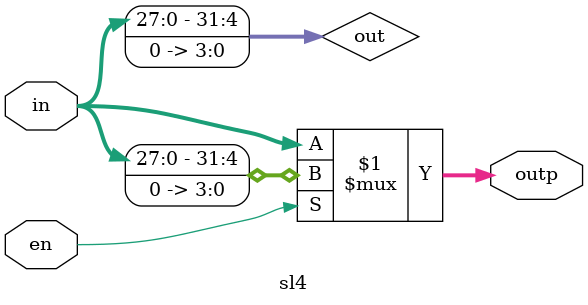
<source format=v>
module sl4(in,en,outp);

input [31:0] in;
input en;
output [31:0] outp;
wire[31:0] out;
assign out[0] = 1'b0;
assign out[1 ] = 1'b0;
assign out[2 ] = 1'b0;
assign out[3 ] = 1'b0;
assign out[4 ] = in[0 ];
assign out[5 ] = in[1 ];
assign out[6 ] = in[2 ];
assign out[7 ] = in[3 ];
assign out[8 ] = in[4 ];
assign out[9 ] = in[5 ];
assign out[10] = in[6 ];
assign out[11] = in[7 ];
assign out[12] = in[8 ];
assign out[13] = in[9 ];
assign out[14] = in[10];
assign out[15] = in[11];
assign out[16] = in[12];
assign out[17] = in[13];
assign out[18] = in[14];
assign out[19] = in[15];
assign out[20] = in[16];
assign out[21] = in[17];
assign out[22] = in[18];
assign out[23] = in[19];
assign out[24] = in[20];
assign out[25] = in[21];
assign out[26] = in[22];
assign out[27] = in[23];
assign out[28] = in[24];
assign out[29] = in[25];
assign out[30] = in[26];
assign out[31] = in[27];

assign outp = en? out:in;
endmodule

</source>
